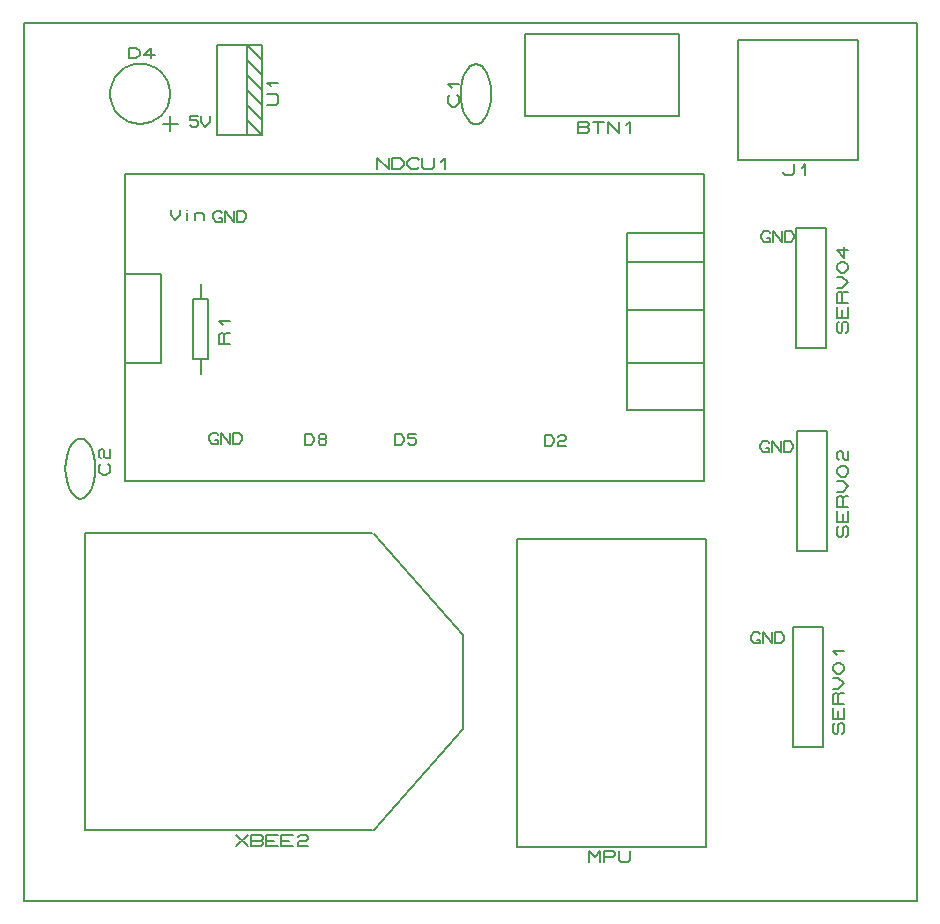
<source format=gbr>
G04 PROTEUS GERBER X2 FILE*
%TF.GenerationSoftware,Labcenter,Proteus,8.6-SP2-Build23525*%
%TF.CreationDate,2021-03-06T05:49:37+00:00*%
%TF.FileFunction,Legend,Top*%
%TF.FilePolarity,Positive*%
%TF.Part,Single*%
%FSLAX45Y45*%
%MOMM*%
G01*
%TA.AperFunction,Material*%
%ADD71C,0.203200*%
%TA.AperFunction,Profile*%
%ADD19C,0.203200*%
%TD.AperFunction*%
D71*
X-3107441Y-2947460D02*
X+1792559Y-2947460D01*
X+1792559Y-347460D01*
X-3107441Y-347460D01*
X-3107441Y-2947460D01*
X-3107441Y-1947460D02*
X-2807441Y-1947460D01*
X-2807441Y-1197460D01*
X-3107441Y-1197460D01*
X-3107441Y-1947460D01*
X+1142559Y-2347460D02*
X+1792559Y-2347460D01*
X+1792559Y-847460D01*
X+1142559Y-847460D01*
X+1142559Y-2347460D01*
X+1142559Y-1097460D02*
X+1792559Y-1097460D01*
X+1142559Y-1497460D02*
X+1792559Y-1497460D01*
X+1142559Y-1947460D02*
X+1792559Y-1947460D01*
X-974941Y-306820D02*
X-974941Y-215380D01*
X-879691Y-306820D01*
X-879691Y-215380D01*
X-847941Y-306820D02*
X-847941Y-215380D01*
X-784441Y-215380D01*
X-752691Y-245860D01*
X-752691Y-276340D01*
X-784441Y-306820D01*
X-847941Y-306820D01*
X-625691Y-291580D02*
X-641566Y-306820D01*
X-689191Y-306820D01*
X-720941Y-276340D01*
X-720941Y-245860D01*
X-689191Y-215380D01*
X-641566Y-215380D01*
X-625691Y-230620D01*
X-593941Y-215380D02*
X-593941Y-291580D01*
X-578066Y-306820D01*
X-514566Y-306820D01*
X-498691Y-291580D01*
X-498691Y-215380D01*
X-435191Y-245860D02*
X-403441Y-215380D01*
X-403441Y-306820D01*
X+275201Y+140000D02*
X+1575201Y+140000D01*
X+1575201Y+840000D01*
X+275201Y+840000D01*
X+275201Y+140000D01*
X+721201Y+640D02*
X+721201Y+92080D01*
X+800576Y+92080D01*
X+816451Y+76840D01*
X+816451Y+61600D01*
X+800576Y+46360D01*
X+816451Y+31120D01*
X+816451Y+15880D01*
X+800576Y+640D01*
X+721201Y+640D01*
X+721201Y+46360D02*
X+800576Y+46360D01*
X+848201Y+92080D02*
X+943451Y+92080D01*
X+895826Y+92080D02*
X+895826Y+640D01*
X+975201Y+640D02*
X+975201Y+92080D01*
X+1070451Y+640D01*
X+1070451Y+92080D01*
X+1133951Y+61600D02*
X+1165701Y+92080D01*
X+1165701Y+640D01*
X-2469530Y-1280185D02*
X-2469530Y-1407185D01*
X-2533030Y-1915185D02*
X-2406030Y-1915185D01*
X-2406030Y-1407185D01*
X-2533030Y-1407185D01*
X-2533030Y-1915185D01*
X-2469530Y-1915185D02*
X-2469530Y-2042185D01*
X-2223950Y-1788185D02*
X-2315390Y-1788185D01*
X-2315390Y-1708810D01*
X-2300150Y-1692935D01*
X-2284910Y-1692935D01*
X-2269670Y-1708810D01*
X-2269670Y-1788185D01*
X-2269670Y-1708810D02*
X-2254430Y-1692935D01*
X-2223950Y-1692935D01*
X-2284910Y-1629435D02*
X-2315390Y-1597685D01*
X-2223950Y-1597685D01*
X-2729000Y+330000D02*
X-2729827Y+350483D01*
X-2736545Y+391450D01*
X-2750563Y+432417D01*
X-2773341Y+473384D01*
X-2808141Y+514229D01*
X-2849108Y+545845D01*
X-2890075Y+566392D01*
X-2931042Y+578629D01*
X-2972009Y+583762D01*
X-2983000Y+584000D01*
X-3237000Y+330000D02*
X-3236173Y+350483D01*
X-3229455Y+391450D01*
X-3215437Y+432417D01*
X-3192659Y+473384D01*
X-3157859Y+514229D01*
X-3116892Y+545845D01*
X-3075925Y+566392D01*
X-3034958Y+578629D01*
X-2993991Y+583762D01*
X-2983000Y+584000D01*
X-3237000Y+330000D02*
X-3236173Y+309517D01*
X-3229455Y+268550D01*
X-3215437Y+227583D01*
X-3192659Y+186616D01*
X-3157859Y+145771D01*
X-3116892Y+114155D01*
X-3075925Y+93608D01*
X-3034958Y+81371D01*
X-2993991Y+76238D01*
X-2983000Y+76000D01*
X-2729000Y+330000D02*
X-2729827Y+309517D01*
X-2736545Y+268550D01*
X-2750563Y+227583D01*
X-2773341Y+186616D01*
X-2808141Y+145771D01*
X-2849108Y+114155D01*
X-2890075Y+93608D01*
X-2931042Y+81371D01*
X-2972009Y+76238D01*
X-2983000Y+76000D01*
X-2665500Y+76000D02*
X-2792500Y+76000D01*
X-2729000Y+12500D02*
X-2729000Y+139500D01*
X-3078250Y+630420D02*
X-3078250Y+721860D01*
X-3014750Y+721860D01*
X-2983000Y+691380D01*
X-2983000Y+660900D01*
X-3014750Y+630420D01*
X-3078250Y+630420D01*
X-2856000Y+660900D02*
X-2951250Y+660900D01*
X-2887750Y+721860D01*
X-2887750Y+630420D01*
X+2547853Y-5196706D02*
X+2801853Y-5196706D01*
X+2801853Y-4180706D01*
X+2547853Y-4180706D01*
X+2547853Y-5196706D01*
X+2958693Y-5089706D02*
X+2973933Y-5073831D01*
X+2973933Y-5010331D01*
X+2958693Y-4994456D01*
X+2943453Y-4994456D01*
X+2928213Y-5010331D01*
X+2928213Y-5073831D01*
X+2912973Y-5089706D01*
X+2897733Y-5089706D01*
X+2882493Y-5073831D01*
X+2882493Y-5010331D01*
X+2897733Y-4994456D01*
X+2973933Y-4867456D02*
X+2973933Y-4962706D01*
X+2882493Y-4962706D01*
X+2882493Y-4867456D01*
X+2928213Y-4962706D02*
X+2928213Y-4899206D01*
X+2973933Y-4835706D02*
X+2882493Y-4835706D01*
X+2882493Y-4756331D01*
X+2897733Y-4740456D01*
X+2912973Y-4740456D01*
X+2928213Y-4756331D01*
X+2928213Y-4835706D01*
X+2928213Y-4756331D02*
X+2943453Y-4740456D01*
X+2973933Y-4740456D01*
X+2882493Y-4708706D02*
X+2928213Y-4708706D01*
X+2973933Y-4661081D01*
X+2928213Y-4613456D01*
X+2882493Y-4613456D01*
X+2912973Y-4581706D02*
X+2882493Y-4549956D01*
X+2882493Y-4518206D01*
X+2912973Y-4486456D01*
X+2943453Y-4486456D01*
X+2973933Y-4518206D01*
X+2973933Y-4549956D01*
X+2943453Y-4581706D01*
X+2912973Y-4581706D01*
X+2912973Y-4422956D02*
X+2882493Y-4391206D01*
X+2973933Y-4391206D01*
X+2575559Y-3539000D02*
X+2829559Y-3539000D01*
X+2829559Y-2523000D01*
X+2575559Y-2523000D01*
X+2575559Y-3539000D01*
X+2996399Y-3422000D02*
X+3011639Y-3406125D01*
X+3011639Y-3342625D01*
X+2996399Y-3326750D01*
X+2981159Y-3326750D01*
X+2965919Y-3342625D01*
X+2965919Y-3406125D01*
X+2950679Y-3422000D01*
X+2935439Y-3422000D01*
X+2920199Y-3406125D01*
X+2920199Y-3342625D01*
X+2935439Y-3326750D01*
X+3011639Y-3199750D02*
X+3011639Y-3295000D01*
X+2920199Y-3295000D01*
X+2920199Y-3199750D01*
X+2965919Y-3295000D02*
X+2965919Y-3231500D01*
X+3011639Y-3168000D02*
X+2920199Y-3168000D01*
X+2920199Y-3088625D01*
X+2935439Y-3072750D01*
X+2950679Y-3072750D01*
X+2965919Y-3088625D01*
X+2965919Y-3168000D01*
X+2965919Y-3088625D02*
X+2981159Y-3072750D01*
X+3011639Y-3072750D01*
X+2920199Y-3041000D02*
X+2965919Y-3041000D01*
X+3011639Y-2993375D01*
X+2965919Y-2945750D01*
X+2920199Y-2945750D01*
X+2950679Y-2914000D02*
X+2920199Y-2882250D01*
X+2920199Y-2850500D01*
X+2950679Y-2818750D01*
X+2981159Y-2818750D01*
X+3011639Y-2850500D01*
X+3011639Y-2882250D01*
X+2981159Y-2914000D01*
X+2950679Y-2914000D01*
X+2935439Y-2771125D02*
X+2920199Y-2755250D01*
X+2920199Y-2707625D01*
X+2935439Y-2691750D01*
X+2950679Y-2691750D01*
X+2965919Y-2707625D01*
X+2965919Y-2755250D01*
X+2981159Y-2771125D01*
X+3011639Y-2771125D01*
X+3011639Y-2691750D01*
X+2570441Y-1821000D02*
X+2824441Y-1821000D01*
X+2824441Y-805000D01*
X+2570441Y-805000D01*
X+2570441Y-1821000D01*
X+2992721Y-1694000D02*
X+3007961Y-1678125D01*
X+3007961Y-1614625D01*
X+2992721Y-1598750D01*
X+2977481Y-1598750D01*
X+2962241Y-1614625D01*
X+2962241Y-1678125D01*
X+2947001Y-1694000D01*
X+2931761Y-1694000D01*
X+2916521Y-1678125D01*
X+2916521Y-1614625D01*
X+2931761Y-1598750D01*
X+3007961Y-1471750D02*
X+3007961Y-1567000D01*
X+2916521Y-1567000D01*
X+2916521Y-1471750D01*
X+2962241Y-1567000D02*
X+2962241Y-1503500D01*
X+3007961Y-1440000D02*
X+2916521Y-1440000D01*
X+2916521Y-1360625D01*
X+2931761Y-1344750D01*
X+2947001Y-1344750D01*
X+2962241Y-1360625D01*
X+2962241Y-1440000D01*
X+2962241Y-1360625D02*
X+2977481Y-1344750D01*
X+3007961Y-1344750D01*
X+2916521Y-1313000D02*
X+2962241Y-1313000D01*
X+3007961Y-1265375D01*
X+2962241Y-1217750D01*
X+2916521Y-1217750D01*
X+2947001Y-1186000D02*
X+2916521Y-1154250D01*
X+2916521Y-1122500D01*
X+2947001Y-1090750D01*
X+2977481Y-1090750D01*
X+3007961Y-1122500D01*
X+3007961Y-1154250D01*
X+2977481Y-1186000D01*
X+2947001Y-1186000D01*
X+2977481Y-963750D02*
X+2977481Y-1059000D01*
X+2916521Y-995500D01*
X+3007961Y-995500D01*
D19*
X-3970000Y-6502559D02*
X+3592323Y-6502559D01*
X+3592323Y+932087D01*
X-3970000Y+932087D01*
X-3970000Y-6502559D01*
D71*
X-2346641Y-2601440D02*
X-2321241Y-2601440D01*
X-2321241Y-2631920D01*
X-2372041Y-2631920D01*
X-2397441Y-2601440D01*
X-2397441Y-2570960D01*
X-2372041Y-2540480D01*
X-2333941Y-2540480D01*
X-2321241Y-2555720D01*
X-2295841Y-2631920D02*
X-2295841Y-2540480D01*
X-2219641Y-2631920D01*
X-2219641Y-2540480D01*
X-2194241Y-2631920D02*
X-2194241Y-2540480D01*
X-2143441Y-2540480D01*
X-2118041Y-2570960D01*
X-2118041Y-2601440D01*
X-2143441Y-2631920D01*
X-2194241Y-2631920D01*
X+2235276Y-4291440D02*
X+2260676Y-4291440D01*
X+2260676Y-4321920D01*
X+2209876Y-4321920D01*
X+2184476Y-4291440D01*
X+2184476Y-4260960D01*
X+2209876Y-4230480D01*
X+2247976Y-4230480D01*
X+2260676Y-4245720D01*
X+2286076Y-4321920D02*
X+2286076Y-4230480D01*
X+2362276Y-4321920D01*
X+2362276Y-4230480D01*
X+2387676Y-4321920D02*
X+2387676Y-4230480D01*
X+2438476Y-4230480D01*
X+2463876Y-4260960D01*
X+2463876Y-4291440D01*
X+2438476Y-4321920D01*
X+2387676Y-4321920D01*
X+2319436Y-2672804D02*
X+2344836Y-2672804D01*
X+2344836Y-2703284D01*
X+2294036Y-2703284D01*
X+2268636Y-2672804D01*
X+2268636Y-2642324D01*
X+2294036Y-2611844D01*
X+2332136Y-2611844D01*
X+2344836Y-2627084D01*
X+2370236Y-2703284D02*
X+2370236Y-2611844D01*
X+2446436Y-2703284D01*
X+2446436Y-2611844D01*
X+2471836Y-2703284D02*
X+2471836Y-2611844D01*
X+2522636Y-2611844D01*
X+2548036Y-2642324D01*
X+2548036Y-2672804D01*
X+2522636Y-2703284D01*
X+2471836Y-2703284D01*
X+2325191Y-893272D02*
X+2350591Y-893272D01*
X+2350591Y-923752D01*
X+2299791Y-923752D01*
X+2274391Y-893272D01*
X+2274391Y-862792D01*
X+2299791Y-832312D01*
X+2337891Y-832312D01*
X+2350591Y-847552D01*
X+2375991Y-923752D02*
X+2375991Y-832312D01*
X+2452191Y-923752D01*
X+2452191Y-832312D01*
X+2477591Y-923752D02*
X+2477591Y-832312D01*
X+2528391Y-832312D01*
X+2553791Y-862792D01*
X+2553791Y-893272D01*
X+2528391Y-923752D01*
X+2477591Y-923752D01*
X-2330999Y-19000D02*
X-2076999Y-19000D01*
X-2076999Y+743000D01*
X-2330999Y+743000D01*
X-2330999Y-19000D01*
X-2076999Y+743000D02*
X-1949999Y+743000D01*
X-1949999Y-19000D01*
X-2076999Y-19000D01*
X-2076999Y+743000D02*
X-1949999Y+616000D01*
X-2076999Y+616000D02*
X-1949999Y+489000D01*
X-2076999Y+489000D02*
X-1949999Y+362000D01*
X-2076999Y+362000D02*
X-1949999Y+235000D01*
X-2076999Y+235000D02*
X-1949999Y+108000D01*
X-2076999Y+108000D02*
X-1949999Y-19000D01*
X-1909359Y+235000D02*
X-1833159Y+235000D01*
X-1817919Y+250875D01*
X-1817919Y+314375D01*
X-1833159Y+330250D01*
X-1909359Y+330250D01*
X-1878879Y+393750D02*
X-1909359Y+425500D01*
X-1817919Y+425500D01*
X-3488553Y-2589000D02*
X-3462677Y-2594080D01*
X-3438706Y-2608685D01*
X-3417116Y-2631862D01*
X-3398383Y-2662660D01*
X-3382984Y-2700125D01*
X-3371396Y-2743305D01*
X-3364093Y-2791248D01*
X-3361553Y-2843000D01*
X-3488553Y-3097000D02*
X-3462677Y-3091920D01*
X-3438706Y-3077315D01*
X-3417116Y-3054138D01*
X-3398383Y-3023340D01*
X-3382984Y-2985875D01*
X-3371396Y-2942695D01*
X-3364093Y-2894752D01*
X-3361553Y-2843000D01*
X-3488553Y-2589000D02*
X-3514429Y-2594080D01*
X-3538400Y-2608685D01*
X-3559990Y-2631862D01*
X-3578723Y-2662660D01*
X-3594122Y-2700125D01*
X-3605710Y-2743305D01*
X-3613013Y-2791248D01*
X-3615553Y-2843000D01*
X-3488553Y-3097000D02*
X-3514429Y-3091920D01*
X-3538400Y-3077315D01*
X-3559990Y-3054138D01*
X-3578723Y-3023340D01*
X-3594122Y-2985875D01*
X-3605710Y-2942695D01*
X-3613013Y-2894752D01*
X-3615553Y-2843000D01*
X-3254713Y-2804750D02*
X-3239473Y-2820625D01*
X-3239473Y-2868250D01*
X-3269953Y-2900000D01*
X-3300433Y-2900000D01*
X-3330913Y-2868250D01*
X-3330913Y-2820625D01*
X-3315673Y-2804750D01*
X-3315673Y-2757125D02*
X-3330913Y-2741250D01*
X-3330913Y-2693625D01*
X-3315673Y-2677750D01*
X-3300433Y-2677750D01*
X-3285193Y-2693625D01*
X-3285193Y-2741250D01*
X-3269953Y-2757125D01*
X-3239473Y-2757125D01*
X-3239473Y-2677750D01*
X-140000Y+73000D02*
X-165876Y+78080D01*
X-189848Y+92685D01*
X-211438Y+115862D01*
X-230170Y+146660D01*
X-245569Y+184125D01*
X-257158Y+227305D01*
X-264460Y+275248D01*
X-267000Y+327000D01*
X-140000Y+581000D02*
X-165876Y+575920D01*
X-189848Y+561315D01*
X-211438Y+538138D01*
X-230170Y+507340D01*
X-245569Y+469875D01*
X-257158Y+426695D01*
X-264460Y+378752D01*
X-267000Y+327000D01*
X-140000Y+73000D02*
X-114124Y+78080D01*
X-90152Y+92685D01*
X-68562Y+115862D01*
X-49830Y+146660D01*
X-34431Y+184125D01*
X-22842Y+227305D01*
X-15540Y+275248D01*
X-13000Y+327000D01*
X-140000Y+581000D02*
X-114124Y+575920D01*
X-90152Y+561315D01*
X-68562Y+538138D01*
X-49830Y+507340D01*
X-34431Y+469875D01*
X-22842Y+426695D01*
X-15540Y+378752D01*
X-13000Y+327000D01*
X-301090Y+317040D02*
X-285850Y+301165D01*
X-285850Y+253540D01*
X-316330Y+221790D01*
X-346810Y+221790D01*
X-377290Y+253540D01*
X-377290Y+301165D01*
X-362050Y+317040D01*
X-346810Y+380540D02*
X-377290Y+412290D01*
X-285850Y+412290D01*
X-2318641Y-722361D02*
X-2293241Y-722361D01*
X-2293241Y-752841D01*
X-2344041Y-752841D01*
X-2369441Y-722361D01*
X-2369441Y-691881D01*
X-2344041Y-661401D01*
X-2305941Y-661401D01*
X-2293241Y-676641D01*
X-2267841Y-752841D02*
X-2267841Y-661401D01*
X-2191641Y-752841D01*
X-2191641Y-661401D01*
X-2166241Y-752841D02*
X-2166241Y-661401D01*
X-2115441Y-661401D01*
X-2090041Y-691881D01*
X-2090041Y-722361D01*
X-2115441Y-752841D01*
X-2166241Y-752841D01*
X-2494751Y+140471D02*
X-2558251Y+140471D01*
X-2558251Y+109991D01*
X-2507451Y+109991D01*
X-2494751Y+94751D01*
X-2494751Y+64271D01*
X-2507451Y+49031D01*
X-2545551Y+49031D01*
X-2558251Y+64271D01*
X-2469351Y+140471D02*
X-2469351Y+94751D01*
X-2431251Y+49031D01*
X-2393151Y+94751D01*
X-2393151Y+140471D01*
X-2723441Y-650480D02*
X-2723441Y-696200D01*
X-2685341Y-741920D01*
X-2647241Y-696200D01*
X-2647241Y-650480D01*
X-2583741Y-680960D02*
X-2583741Y-741920D01*
X-2583741Y-650480D02*
X-2583741Y-650480D01*
X-2520241Y-741920D02*
X-2520241Y-680960D01*
X-2520241Y-696200D02*
X-2507541Y-680960D01*
X-2456741Y-680960D01*
X-2444041Y-696200D01*
X-2444041Y-741920D01*
X+442559Y-2651920D02*
X+442559Y-2560480D01*
X+493359Y-2560480D01*
X+518759Y-2590960D01*
X+518759Y-2621440D01*
X+493359Y-2651920D01*
X+442559Y-2651920D01*
X+556859Y-2575720D02*
X+569559Y-2560480D01*
X+607659Y-2560480D01*
X+620359Y-2575720D01*
X+620359Y-2590960D01*
X+607659Y-2606200D01*
X+569559Y-2606200D01*
X+556859Y-2621440D01*
X+556859Y-2651920D01*
X+620359Y-2651920D01*
X-827441Y-2641920D02*
X-827441Y-2550480D01*
X-776641Y-2550480D01*
X-751241Y-2580960D01*
X-751241Y-2611440D01*
X-776641Y-2641920D01*
X-827441Y-2641920D01*
X-649641Y-2550480D02*
X-713141Y-2550480D01*
X-713141Y-2580960D01*
X-662341Y-2580960D01*
X-649641Y-2596200D01*
X-649641Y-2626680D01*
X-662341Y-2641920D01*
X-700441Y-2641920D01*
X-713141Y-2626680D01*
X-1587441Y-2641920D02*
X-1587441Y-2550480D01*
X-1536641Y-2550480D01*
X-1511241Y-2580960D01*
X-1511241Y-2611440D01*
X-1536641Y-2641920D01*
X-1587441Y-2641920D01*
X-1460441Y-2596200D02*
X-1473141Y-2580960D01*
X-1473141Y-2565720D01*
X-1460441Y-2550480D01*
X-1422341Y-2550480D01*
X-1409641Y-2565720D01*
X-1409641Y-2580960D01*
X-1422341Y-2596200D01*
X-1460441Y-2596200D01*
X-1473141Y-2611440D01*
X-1473141Y-2626680D01*
X-1460441Y-2641920D01*
X-1422341Y-2641920D01*
X-1409641Y-2626680D01*
X-1409641Y-2611440D01*
X-1422341Y-2596200D01*
X+3094000Y-228000D02*
X+3094000Y+788000D01*
X+2078000Y-228000D02*
X+2078000Y+788000D01*
X+3094000Y+788000D02*
X+2078000Y+788000D01*
X+3094000Y-228000D02*
X+2078000Y-228000D01*
X+2459000Y-329600D02*
X+2459000Y-344840D01*
X+2474875Y-360080D01*
X+2538375Y-360080D01*
X+2554250Y-344840D01*
X+2554250Y-268640D01*
X+2617750Y-299120D02*
X+2649500Y-268640D01*
X+2649500Y-360080D01*
X-3450981Y-3387340D02*
X-3450981Y-5907340D01*
X-1020981Y-5907340D02*
X-3450981Y-5907340D01*
X-1020981Y-3387340D02*
X-3450981Y-3387340D01*
X-250000Y-5050000D02*
X-1000000Y-5900000D01*
X-250000Y-4250000D02*
X-1000000Y-3400000D01*
X-250000Y-5050000D02*
X-250000Y-4250000D01*
X-2167990Y-5947980D02*
X-2072740Y-6039420D01*
X-2167990Y-6039420D02*
X-2072740Y-5947980D01*
X-2040990Y-6039420D02*
X-2040990Y-5947980D01*
X-1961615Y-5947980D01*
X-1945740Y-5963220D01*
X-1945740Y-5978460D01*
X-1961615Y-5993700D01*
X-1945740Y-6008940D01*
X-1945740Y-6024180D01*
X-1961615Y-6039420D01*
X-2040990Y-6039420D01*
X-2040990Y-5993700D02*
X-1961615Y-5993700D01*
X-1818740Y-6039420D02*
X-1913990Y-6039420D01*
X-1913990Y-5947980D01*
X-1818740Y-5947980D01*
X-1913990Y-5993700D02*
X-1850490Y-5993700D01*
X-1691740Y-6039420D02*
X-1786990Y-6039420D01*
X-1786990Y-5947980D01*
X-1691740Y-5947980D01*
X-1786990Y-5993700D02*
X-1723490Y-5993700D01*
X-1644115Y-5963220D02*
X-1628240Y-5947980D01*
X-1580615Y-5947980D01*
X-1564740Y-5963220D01*
X-1564740Y-5978460D01*
X-1580615Y-5993700D01*
X-1628240Y-5993700D01*
X-1644115Y-6008940D01*
X-1644115Y-6039420D01*
X-1564740Y-6039420D01*
X+207460Y-6043441D02*
X+1807460Y-6043441D01*
X+1807460Y-3443441D01*
X+207460Y-3443441D01*
X+207460Y-6043441D01*
X+816960Y-6175521D02*
X+816960Y-6084081D01*
X+864585Y-6129801D01*
X+912210Y-6084081D01*
X+912210Y-6175521D01*
X+943960Y-6175521D02*
X+943960Y-6084081D01*
X+1023335Y-6084081D01*
X+1039210Y-6099321D01*
X+1039210Y-6114561D01*
X+1023335Y-6129801D01*
X+943960Y-6129801D01*
X+1070960Y-6084081D02*
X+1070960Y-6160281D01*
X+1086835Y-6175521D01*
X+1150335Y-6175521D01*
X+1166210Y-6160281D01*
X+1166210Y-6084081D01*
M02*

</source>
